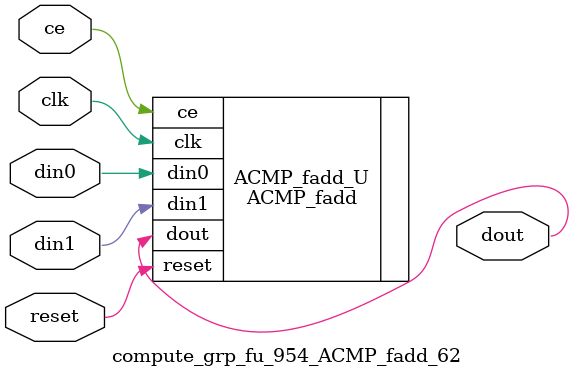
<source format=v>

`timescale 1 ns / 1 ps
module compute_grp_fu_954_ACMP_fadd_62(
    clk,
    reset,
    ce,
    din0,
    din1,
    dout);

parameter ID = 32'd1;
parameter NUM_STAGE = 32'd1;
parameter din0_WIDTH = 32'd1;
parameter din1_WIDTH = 32'd1;
parameter dout_WIDTH = 32'd1;
input clk;
input reset;
input ce;
input[din0_WIDTH - 1:0] din0;
input[din1_WIDTH - 1:0] din1;
output[dout_WIDTH - 1:0] dout;



ACMP_fadd #(
.ID( ID ),
.NUM_STAGE( 4 ),
.din0_WIDTH( din0_WIDTH ),
.din1_WIDTH( din1_WIDTH ),
.dout_WIDTH( dout_WIDTH ))
ACMP_fadd_U(
    .clk( clk ),
    .reset( reset ),
    .ce( ce ),
    .din0( din0 ),
    .din1( din1 ),
    .dout( dout ));

endmodule

</source>
